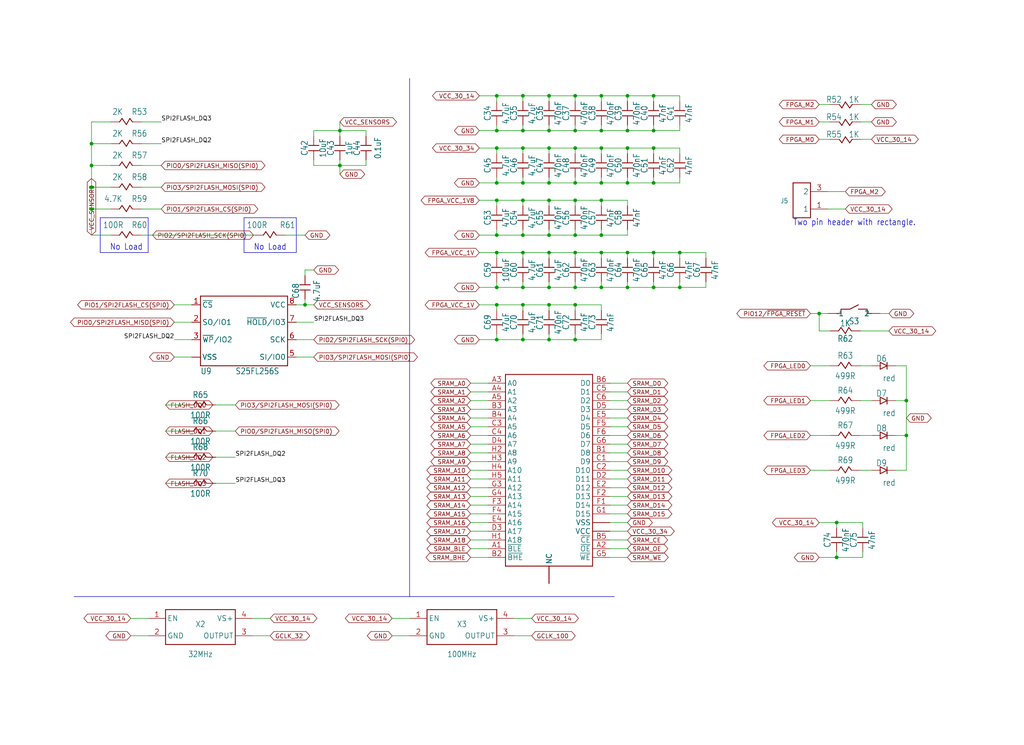
<source format=kicad_sch>
(kicad_sch (version 20250114) (generator "eeschema") (generator_version "9.0")
  (paper "User" 298.45 217.322)
  (text "No Load" (at 78.74 71.12 0) (effects (font (size 1.778 1.5113)) (justify top)))
  (text "Two pin header with rectangle." (at 231.14 66.04 0) (effects (font (size 1.778 1.5113)) (justify left bottom)))
  (text "No Load" (at 36.83 71.12 0) (effects (font (size 1.778 1.5113)) (justify top)))
  (junction (at 238.76 91.44))
  (junction (at 175.26 73.66))
  (junction (at 144.78 43.18))
  (junction (at 152.4 27.94))
  (junction (at 160.02 58.42))
  (junction (at 160.02 53.34))
  (junction (at 160.02 83.82))
  (junction (at 175.26 53.34))
  (junction (at 167.64 68.58))
  (junction (at 167.64 83.82))
  (junction (at 160.02 27.94))
  (junction (at 243.84 162.56))
  (junction (at 160.02 73.66))
  (junction (at 198.12 83.82))
  (junction (at 26.67 41.91))
  (junction (at 264.16 116.84))
  (junction (at 144.78 58.42))
  (junction (at 144.78 99.06))
  (junction (at 182.88 43.18))
  (junction (at 160.02 43.18))
  (junction (at 144.78 68.58))
  (junction (at 167.64 99.06))
  (junction (at 190.5 73.66))
  (junction (at 99.06 38.1))
  (junction (at 88.9 88.9))
  (junction (at 175.26 43.18))
  (junction (at 198.12 73.66))
  (junction (at 144.78 27.94))
  (junction (at 175.26 83.82))
  (junction (at 182.88 27.94))
  (junction (at 264.16 127))
  (junction (at 152.4 58.42))
  (junction (at 152.4 88.9))
  (junction (at 190.5 27.94))
  (junction (at 99.06 48.26))
  (junction (at 167.64 88.9))
  (junction (at 26.67 54.61))
  (junction (at 175.26 38.1))
  (junction (at 175.26 58.42))
  (junction (at 167.64 43.18))
  (junction (at 152.4 43.18))
  (junction (at 152.4 73.66))
  (junction (at 175.26 68.58))
  (junction (at 160.02 88.9))
  (junction (at 167.64 38.1))
  (junction (at 160.02 68.58))
  (junction (at 182.88 83.82))
  (junction (at 144.78 38.1))
  (junction (at 152.4 68.58))
  (junction (at 26.67 60.96))
  (junction (at 152.4 99.06))
  (junction (at 160.02 38.1))
  (junction (at 190.5 43.18))
  (junction (at 160.02 99.06))
  (junction (at 152.4 38.1))
  (junction (at 26.67 48.26))
  (junction (at 190.5 53.34))
  (junction (at 167.64 73.66))
  (junction (at 182.88 53.34))
  (junction (at 167.64 58.42))
  (junction (at 182.88 73.66))
  (junction (at 167.64 53.34))
  (junction (at 144.78 83.82))
  (junction (at 190.5 38.1))
  (junction (at 152.4 83.82))
  (junction (at 175.26 27.94))
  (junction (at 144.78 88.9))
  (junction (at 144.78 53.34))
  (junction (at 182.88 38.1))
  (junction (at 152.4 53.34))
  (junction (at 144.78 73.66))
  (junction (at 167.64 27.94))
  (junction (at 243.84 152.4))
  (junction (at 190.5 83.82))
  (wire (pts (xy 142.24 124.46) (xy 137.16 124.46)) (stroke (width 0.1524)))
  (wire (pts (xy 250.84 96.52) (xy 259.08 96.52)) (stroke (width 0.1524)))
  (wire (pts (xy 241.92 35.56) (xy 238.76 35.56)) (stroke (width 0.1524)))
  (wire (pts (xy 177.8 137.16) (xy 182.88 137.16)) (stroke (width 0.1524)))
  (polyline (pts (xy 71.12 63.5) (xy 71.12 73.66)) (stroke (width 0.1524) (type solid)))
  (wire (pts (xy 205.74 73.66) (xy 205.74 75.28)) (stroke (width 0.1524)))
  (wire (pts (xy 198.12 82.2) (xy 198.12 83.82)) (stroke (width 0.1524)))
  (wire (pts (xy 55.88 104.14) (xy 50.8 104.14)) (stroke (width 0.1524)))
  (wire (pts (xy 167.64 36.48) (xy 167.64 38.1)) (stroke (width 0.1524)))
  (wire (pts (xy 73.66 185.42) (xy 78.74 185.42)) (stroke (width 0.1524)))
  (wire (pts (xy 144.78 53.34) (xy 139.7 53.34)) (stroke (width 0.1524)))
  (polyline (pts (xy 43.18 73.66) (xy 43.18 63.5)) (stroke (width 0.1524) (type solid)))
  (wire (pts (xy 144.78 90.52) (xy 144.78 88.9)) (stroke (width 0.1524)))
  (wire (pts (xy 144.78 73.66) (xy 152.4 73.66)) (stroke (width 0.1524)))
  (wire (pts (xy 167.64 83.82) (xy 175.26 83.82)) (stroke (width 0.1524)))
  (wire (pts (xy 167.64 97.44) (xy 167.64 99.06)) (stroke (width 0.1524)))
  (wire (pts (xy 182.88 27.94) (xy 175.26 27.94)) (stroke (width 0.1524)))
  (wire (pts (xy 182.88 36.48) (xy 182.88 38.1)) (stroke (width 0.1524)))
  (wire (pts (xy 160.02 97.44) (xy 160.02 99.06)) (stroke (width 0.1524)))
  (wire (pts (xy 144.78 83.82) (xy 139.7 83.82)) (stroke (width 0.1524)))
  (wire (pts (xy 177.8 132.08) (xy 182.88 132.08)) (stroke (width 0.1524)))
  (wire (pts (xy 144.78 51.72) (xy 144.78 53.34)) (stroke (width 0.1524)))
  (polyline (pts (xy 86.36 63.5) (xy 71.12 63.5)) (stroke (width 0.1524) (type solid)))
  (wire (pts (xy 144.78 88.9) (xy 139.7 88.9)) (stroke (width 0.1524)))
  (wire (pts (xy 53.96 140.97) (xy 48.26 140.97)) (stroke (width 0.1524)))
  (wire (pts (xy 26.67 35.56) (xy 32.37 35.56)) (stroke (width 0.1524)))
  (wire (pts (xy 182.88 83.82) (xy 190.5 83.82)) (stroke (width 0.1524)))
  (wire (pts (xy 91.44 38.1) (xy 99.06 38.1)) (stroke (width 0.1524)))
  (wire (pts (xy 241.92 127) (xy 236.22 127)) (stroke (width 0.1524)))
  (wire (pts (xy 26.67 60.96) (xy 26.67 68.58)) (stroke (width 0.1524)))
  (wire (pts (xy 32.37 68.58) (xy 26.67 68.58)) (stroke (width 0.1524)))
  (wire (pts (xy 142.24 116.84) (xy 137.16 116.84)) (stroke (width 0.1524)))
  (wire (pts (xy 177.8 121.92) (xy 182.88 121.92)) (stroke (width 0.1524)))
  (wire (pts (xy 175.26 60.04) (xy 175.26 58.42)) (stroke (width 0.1524)))
  (wire (pts (xy 152.4 60.04) (xy 152.4 58.42)) (stroke (width 0.1524)))
  (wire (pts (xy 167.64 68.58) (xy 160.02 68.58)) (stroke (width 0.1524)))
  (wire (pts (xy 99.06 38.1) (xy 106.68 38.1)) (stroke (width 0.1524)))
  (wire (pts (xy 167.64 60.04) (xy 167.64 58.42)) (stroke (width 0.1524)))
  (wire (pts (xy 142.24 114.3) (xy 137.16 114.3)) (stroke (width 0.1524)))
  (wire (pts (xy 41.29 60.96) (xy 46.99 60.96)) (stroke (width 0.1524)))
  (wire (pts (xy 142.24 137.16) (xy 137.16 137.16)) (stroke (width 0.1524)))
  (wire (pts (xy 142.24 162.56) (xy 137.16 162.56)) (stroke (width 0.1524)))
  (wire (pts (xy 190.5 73.66) (xy 198.12 73.66)) (stroke (width 0.1524)))
  (wire (pts (xy 182.88 149.86) (xy 177.8 149.86)) (stroke (width 0.1524)))
  (wire (pts (xy 175.26 88.9) (xy 175.26 90.52)) (stroke (width 0.1524)))
  (wire (pts (xy 175.26 27.94) (xy 167.64 27.94)) (stroke (width 0.1524)))
  (wire (pts (xy 152.4 75.28) (xy 152.4 73.66)) (stroke (width 0.1524)))
  (wire (pts (xy 167.64 43.18) (xy 175.26 43.18)) (stroke (width 0.1524)))
  (polyline (pts (xy 179.07 173.99) (xy 119.38 173.99)) (stroke (width 0.1524) (type solid)))
  (wire (pts (xy 177.8 147.32) (xy 182.88 147.32)) (stroke (width 0.1524)))
  (wire (pts (xy 26.67 54.61) (xy 26.67 48.26)) (stroke (width 0.1524)))
  (wire (pts (xy 41.29 68.58) (xy 74.28 68.58)) (stroke (width 0.1524)))
  (wire (pts (xy 190.5 53.34) (xy 198.12 53.34)) (stroke (width 0.1524)))
  (wire (pts (xy 175.26 66.96) (xy 175.26 68.58)) (stroke (width 0.1524)))
  (wire (pts (xy 190.5 36.48) (xy 190.5 38.1)) (stroke (width 0.1524)))
  (wire (pts (xy 241.92 96.52) (xy 238.76 96.52)) (stroke (width 0.1524)))
  (wire (pts (xy 198.12 29.56) (xy 198.12 27.94)) (stroke (width 0.1524)))
  (wire (pts (xy 190.5 83.82) (xy 198.12 83.82)) (stroke (width 0.1524)))
  (wire (pts (xy 175.26 83.82) (xy 182.88 83.82)) (stroke (width 0.1524)))
  (wire (pts (xy 142.24 149.86) (xy 137.16 149.86)) (stroke (width 0.1524)))
  (wire (pts (xy 190.5 43.18) (xy 198.12 43.18)) (stroke (width 0.1524)))
  (wire (pts (xy 152.4 73.66) (xy 160.02 73.66)) (stroke (width 0.1524)))
  (wire (pts (xy 160.02 51.72) (xy 160.02 53.34)) (stroke (width 0.1524)))
  (wire (pts (xy 182.88 53.34) (xy 190.5 53.34)) (stroke (width 0.1524)))
  (wire (pts (xy 142.24 154.94) (xy 137.16 154.94)) (stroke (width 0.1524)))
  (wire (pts (xy 190.5 51.72) (xy 190.5 53.34)) (stroke (width 0.1524)))
  (wire (pts (xy 144.78 60.04) (xy 144.78 58.42)) (stroke (width 0.1524)))
  (wire (pts (xy 152.4 97.44) (xy 152.4 99.06)) (stroke (width 0.1524)))
  (wire (pts (xy 144.78 38.1) (xy 152.4 38.1)) (stroke (width 0.1524)))
  (wire (pts (xy 190.5 38.1) (xy 198.12 38.1)) (stroke (width 0.1524)))
  (wire (pts (xy 41.29 41.91) (xy 46.99 41.91)) (stroke (width 0.1524)))
  (wire (pts (xy 167.64 44.8) (xy 167.64 43.18)) (stroke (width 0.1524)))
  (wire (pts (xy 160.02 66.96) (xy 160.02 68.58)) (stroke (width 0.1524)))
  (wire (pts (xy 152.4 99.06) (xy 160.02 99.06)) (stroke (width 0.1524)))
  (wire (pts (xy 261 127) (xy 264.16 127)) (stroke (width 0.1524)))
  (wire (pts (xy 190.5 29.56) (xy 190.5 27.94)) (stroke (width 0.1524)))
  (wire (pts (xy 241.92 106.68) (xy 236.22 106.68)) (stroke (width 0.1524)))
  (wire (pts (xy 160.02 27.94) (xy 152.4 27.94)) (stroke (width 0.1524)))
  (wire (pts (xy 142.24 147.32) (xy 137.16 147.32)) (stroke (width 0.1524)))
  (wire (pts (xy 144.78 97.44) (xy 144.78 99.06)) (stroke (width 0.1524)))
  (wire (pts (xy 261 137.16) (xy 264.16 137.16)) (stroke (width 0.1524)))
  (wire (pts (xy 175.26 38.1) (xy 182.88 38.1)) (stroke (width 0.1524)))
  (wire (pts (xy 41.29 54.61) (xy 46.99 54.61)) (stroke (width 0.1524)))
  (wire (pts (xy 53.96 118.11) (xy 48.26 118.11)) (stroke (width 0.1524)))
  (wire (pts (xy 177.8 116.84) (xy 182.88 116.84)) (stroke (width 0.1524)))
  (wire (pts (xy 142.24 127) (xy 137.16 127)) (stroke (width 0.1524)))
  (wire (pts (xy 177.8 124.46) (xy 182.88 124.46)) (stroke (width 0.1524)))
  (wire (pts (xy 26.67 48.26) (xy 26.67 41.91)) (stroke (width 0.1524)))
  (wire (pts (xy 190.5 27.94) (xy 182.88 27.94)) (stroke (width 0.1524)))
  (wire (pts (xy 106.68 38.1) (xy 106.68 39.72)) (stroke (width 0.1524)))
  (wire (pts (xy 152.4 68.58) (xy 144.78 68.58)) (stroke (width 0.1524)))
  (wire (pts (xy 88.9 78.74) (xy 91.44 78.74)) (stroke (width 0.1524)))
  (wire (pts (xy 86.36 104.14) (xy 91.44 104.14)) (stroke (width 0.1524)))
  (wire (pts (xy 198.12 38.1) (xy 198.12 36.48)) (stroke (width 0.1524)))
  (wire (pts (xy 144.78 99.06) (xy 152.4 99.06)) (stroke (width 0.1524)))
  (wire (pts (xy 241.92 40.64) (xy 238.76 40.64)) (stroke (width 0.1524)))
  (wire (pts (xy 175.26 68.58) (xy 167.64 68.58)) (stroke (width 0.1524)))
  (wire (pts (xy 241.92 30.48) (xy 238.76 30.48)) (stroke (width 0.1524)))
  (wire (pts (xy 86.36 99.06) (xy 91.44 99.06)) (stroke (width 0.1524)))
  (wire (pts (xy 152.4 82.2) (xy 152.4 83.82)) (stroke (width 0.1524)))
  (wire (pts (xy 241.92 116.84) (xy 236.22 116.84)) (stroke (width 0.1524)))
  (wire (pts (xy 144.78 68.58) (xy 144.78 66.96)) (stroke (width 0.1524)))
  (wire (pts (xy 182.88 66.96) (xy 182.88 68.58)) (stroke (width 0.1524)))
  (wire (pts (xy 53.96 133.35) (xy 48.26 133.35)) (stroke (width 0.1524)))
  (wire (pts (xy 152.4 29.56) (xy 152.4 27.94)) (stroke (width 0.1524)))
  (wire (pts (xy 144.78 36.48) (xy 144.78 38.1)) (stroke (width 0.1524)))
  (wire (pts (xy 144.78 53.34) (xy 152.4 53.34)) (stroke (width 0.1524)))
  (wire (pts (xy 83.2 68.58) (xy 88.9 68.58)) (stroke (width 0.1524)))
  (wire (pts (xy 144.78 83.82) (xy 152.4 83.82)) (stroke (width 0.1524)))
  (wire (pts (xy 198.12 53.34) (xy 198.12 51.72)) (stroke (width 0.1524)))
  (wire (pts (xy 32.37 60.96) (xy 26.67 60.96)) (stroke (width 0.1524)))
  (wire (pts (xy 175.26 73.66) (xy 182.88 73.66)) (stroke (width 0.1524)))
  (wire (pts (xy 175.26 53.34) (xy 182.88 53.34)) (stroke (width 0.1524)))
  (wire (pts (xy 152.4 88.9) (xy 160.02 88.9)) (stroke (width 0.1524)))
  (wire (pts (xy 205.74 83.82) (xy 205.74 82.2)) (stroke (width 0.1524)))
  (wire (pts (xy 144.78 27.94) (xy 139.7 27.94)) (stroke (width 0.1524)))
  (wire (pts (xy 250.84 35.56) (xy 254 35.56)) (stroke (width 0.1524)))
  (wire (pts (xy 238.76 96.52) (xy 238.76 91.44)) (stroke (width 0.1524)))
  (wire (pts (xy 160.02 75.28) (xy 160.02 73.66)) (stroke (width 0.1524)))
  (wire (pts (xy 142.24 119.38) (xy 137.16 119.38)) (stroke (width 0.1524)))
  (polyline (pts (xy 119.38 173.99) (xy 21.59 173.99)) (stroke (width 0.1524) (type solid)))
  (wire (pts (xy 160.02 38.1) (xy 167.64 38.1)) (stroke (width 0.1524)))
  (wire (pts (xy 160.02 90.52) (xy 160.02 88.9)) (stroke (width 0.1524)))
  (wire (pts (xy 62.88 140.97) (xy 68.58 140.97)) (stroke (width 0.1524)))
  (wire (pts (xy 175.26 58.42) (xy 182.88 58.42)) (stroke (width 0.1524)))
  (wire (pts (xy 32.37 54.61) (xy 26.67 54.61)) (stroke (width 0.1524)))
  (wire (pts (xy 32.37 41.91) (xy 26.67 41.91)) (stroke (width 0.1524)))
  (wire (pts (xy 264.16 137.16) (xy 264.16 127)) (stroke (width 0.1524)))
  (wire (pts (xy 144.78 27.94) (xy 144.78 29.56)) (stroke (width 0.1524)))
  (wire (pts (xy 142.24 144.78) (xy 137.16 144.78)) (stroke (width 0.1524)))
  (wire (pts (xy 142.24 139.7) (xy 137.16 139.7)) (stroke (width 0.1524)))
  (wire (pts (xy 142.24 157.48) (xy 137.16 157.48)) (stroke (width 0.1524)))
  (wire (pts (xy 152.4 83.82) (xy 160.02 83.82)) (stroke (width 0.1524)))
  (wire (pts (xy 149.86 180.34) (xy 154.94 180.34)) (stroke (width 0.1524)))
  (wire (pts (xy 167.64 66.96) (xy 167.64 68.58)) (stroke (width 0.1524)))
  (wire (pts (xy 144.78 73.66) (xy 139.7 73.66)) (stroke (width 0.1524)))
  (wire (pts (xy 251.46 152.4) (xy 243.84 152.4)) (stroke (width 0.1524)))
  (wire (pts (xy 106.68 46.64) (xy 106.68 48.26)) (stroke (width 0.1524)))
  (wire (pts (xy 43.18 185.42) (xy 38.1 185.42)) (stroke (width 0.1524)))
  (wire (pts (xy 236.22 91.44) (xy 238.76 91.44)) (stroke (width 0.1524)))
  (wire (pts (xy 175.26 75.28) (xy 175.26 73.66)) (stroke (width 0.1524)))
  (wire (pts (xy 62.88 118.11) (xy 68.58 118.11)) (stroke (width 0.1524)))
  (wire (pts (xy 144.78 43.18) (xy 152.4 43.18)) (stroke (width 0.1524)))
  (wire (pts (xy 167.64 99.06) (xy 175.26 99.06)) (stroke (width 0.1524)))
  (wire (pts (xy 142.24 111.76) (xy 137.16 111.76)) (stroke (width 0.1524)))
  (wire (pts (xy 160.02 88.9) (xy 167.64 88.9)) (stroke (width 0.1524)))
  (wire (pts (xy 41.29 48.26) (xy 46.99 48.26)) (stroke (width 0.1524)))
  (wire (pts (xy 177.8 152.4) (xy 182.88 152.4)) (stroke (width 0.1524)))
  (wire (pts (xy 160.02 53.34) (xy 167.64 53.34)) (stroke (width 0.1524)))
  (wire (pts (xy 43.18 180.34) (xy 38.1 180.34)) (stroke (width 0.1524)))
  (wire (pts (xy 190.5 75.28) (xy 190.5 73.66)) (stroke (width 0.1524)))
  (wire (pts (xy 182.88 29.56) (xy 182.88 27.94)) (stroke (width 0.1524)))
  (wire (pts (xy 144.78 38.1) (xy 139.7 38.1)) (stroke (width 0.1524)))
  (wire (pts (xy 177.8 160.02) (xy 182.88 160.02)) (stroke (width 0.1524)))
  (wire (pts (xy 251.46 154.02) (xy 251.46 152.4)) (stroke (width 0.1524)))
  (wire (pts (xy 160.02 43.18) (xy 167.64 43.18)) (stroke (width 0.1524)))
  (wire (pts (xy 177.8 144.78) (xy 182.88 144.78)) (stroke (width 0.1524)))
  (wire (pts (xy 119.38 185.42) (xy 114.3 185.42)) (stroke (width 0.1524)))
  (wire (pts (xy 119.38 180.34) (xy 114.3 180.34)) (stroke (width 0.1524)))
  (wire (pts (xy 167.64 29.56) (xy 167.64 27.94)) (stroke (width 0.1524)))
  (wire (pts (xy 160.02 83.82) (xy 167.64 83.82)) (stroke (width 0.1524)))
  (wire (pts (xy 160.02 60.04) (xy 160.02 58.42)) (stroke (width 0.1524)))
  (wire (pts (xy 142.24 134.62) (xy 137.16 134.62)) (stroke (width 0.1524)))
  (wire (pts (xy 175.26 99.06) (xy 175.26 97.44)) (stroke (width 0.1524)))
  (wire (pts (xy 251.46 162.56) (xy 251.46 160.94)) (stroke (width 0.1524)))
  (wire (pts (xy 144.78 43.18) (xy 139.7 43.18)) (stroke (width 0.1524)))
  (wire (pts (xy 41.29 35.56) (xy 46.99 35.56)) (stroke (width 0.1524)))
  (wire (pts (xy 177.8 119.38) (xy 182.88 119.38)) (stroke (width 0.1524)))
  (wire (pts (xy 152.4 43.18) (xy 160.02 43.18)) (stroke (width 0.1524)))
  (wire (pts (xy 152.4 38.1) (xy 160.02 38.1)) (stroke (width 0.1524)))
  (wire (pts (xy 167.64 27.94) (xy 160.02 27.94)) (stroke (width 0.1524)))
  (wire (pts (xy 175.26 43.18) (xy 182.88 43.18)) (stroke (width 0.1524)))
  (wire (pts (xy 167.64 53.34) (xy 175.26 53.34)) (stroke (width 0.1524)))
  (wire (pts (xy 167.64 75.28) (xy 167.64 73.66)) (stroke (width 0.1524)))
  (wire (pts (xy 160.02 36.48) (xy 160.02 38.1)) (stroke (width 0.1524)))
  (wire (pts (xy 241.3 60.96) (xy 246.38 60.96)) (stroke (width 0.1524)))
  (wire (pts (xy 254.08 137.16) (xy 250.84 137.16)) (stroke (width 0.1524)))
  (wire (pts (xy 177.8 157.48) (xy 182.88 157.48)) (stroke (width 0.1524)))
  (wire (pts (xy 250.84 30.48) (xy 254 30.48)) (stroke (width 0.1524)))
  (wire (pts (xy 198.12 83.82) (xy 205.74 83.82)) (stroke (width 0.1524)))
  (wire (pts (xy 182.88 44.8) (xy 182.88 43.18)) (stroke (width 0.1524)))
  (wire (pts (xy 91.44 48.26) (xy 99.06 48.26)) (stroke (width 0.1524)))
  (wire (pts (xy 175.26 44.8) (xy 175.26 43.18)) (stroke (width 0.1524)))
  (wire (pts (xy 144.78 75.28) (xy 144.78 73.66)) (stroke (width 0.1524)))
  (wire (pts (xy 243.84 152.4) (xy 243.84 154.02)) (stroke (width 0.1524)))
  (wire (pts (xy 160.02 99.06) (xy 167.64 99.06)) (stroke (width 0.1524)))
  (wire (pts (xy 182.88 75.28) (xy 182.88 73.66)) (stroke (width 0.1524)))
  (wire (pts (xy 55.88 88.9) (xy 50.8 88.9)) (stroke (width 0.1524)))
  (wire (pts (xy 142.24 160.02) (xy 137.16 160.02)) (stroke (width 0.1524)))
  (wire (pts (xy 259.08 91.44) (xy 256.54 91.44)) (stroke (width 0.1524)))
  (wire (pts (xy 160.02 82.2) (xy 160.02 83.82)) (stroke (width 0.1524)))
  (wire (pts (xy 152.4 53.34) (xy 160.02 53.34)) (stroke (width 0.1524)))
  (polyline (pts (xy 119.38 173.99) (xy 119.38 22.86)) (stroke (width 0.1524) (type solid)))
  (wire (pts (xy 182.88 58.42) (xy 182.88 60.04)) (stroke (width 0.1524)))
  (wire (pts (xy 198.12 75.28) (xy 198.12 73.66)) (stroke (width 0.1524)))
  (polyline (pts (xy 29.21 63.5) (xy 29.21 73.66)) (stroke (width 0.1524) (type solid)))
  (wire (pts (xy 167.64 88.9) (xy 175.26 88.9)) (stroke (width 0.1524)))
  (wire (pts (xy 177.8 129.54) (xy 182.88 129.54)) (stroke (width 0.1524)))
  (wire (pts (xy 175.26 29.56) (xy 175.26 27.94)) (stroke (width 0.1524)))
  (wire (pts (xy 182.88 73.66) (xy 190.5 73.66)) (stroke (width 0.1524)))
  (wire (pts (xy 142.24 132.08) (xy 137.16 132.08)) (stroke (width 0.1524)))
  (wire (pts (xy 88.9 80.36) (xy 88.9 78.74)) (stroke (width 0.1524)))
  (wire (pts (xy 99.06 48.26) (xy 99.06 50.8)) (stroke (width 0.1524)))
  (wire (pts (xy 88.9 87.28) (xy 88.9 88.9)) (stroke (width 0.1524)))
  (wire (pts (xy 198.12 73.66) (xy 205.74 73.66)) (stroke (width 0.1524)))
  (wire (pts (xy 144.78 58.42) (xy 152.4 58.42)) (stroke (width 0.1524)))
  (wire (pts (xy 152.4 27.94) (xy 144.78 27.94)) (stroke (width 0.1524)))
  (wire (pts (xy 254.08 127) (xy 250.84 127)) (stroke (width 0.1524)))
  (wire (pts (xy 144.78 58.42) (xy 139.7 58.42)) (stroke (width 0.1524)))
  (wire (pts (xy 167.64 90.52) (xy 167.64 88.9)) (stroke (width 0.1524)))
  (wire (pts (xy 241.92 137.16) (xy 236.22 137.16)) (stroke (width 0.1524)))
  (wire (pts (xy 198.12 43.18) (xy 198.12 44.8)) (stroke (width 0.1524)))
  (wire (pts (xy 175.26 36.48) (xy 175.26 38.1)) (stroke (width 0.1524)))
  (wire (pts (xy 152.4 51.72) (xy 152.4 53.34)) (stroke (width 0.1524)))
  (wire (pts (xy 88.9 88.9) (xy 91.44 88.9)) (stroke (width 0.1524)))
  (wire (pts (xy 144.78 82.2) (xy 144.78 83.82)) (stroke (width 0.1524)))
  (wire (pts (xy 177.8 134.62) (xy 182.88 134.62)) (stroke (width 0.1524)))
  (wire (pts (xy 182.88 38.1) (xy 190.5 38.1)) (stroke (width 0.1524)))
  (polyline (pts (xy 86.36 73.66) (xy 86.36 63.5)) (stroke (width 0.1524) (type solid)))
  (wire (pts (xy 152.4 58.42) (xy 160.02 58.42)) (stroke (width 0.1524)))
  (wire (pts (xy 177.8 114.3) (xy 182.88 114.3)) (stroke (width 0.1524)))
  (wire (pts (xy 32.37 48.26) (xy 26.67 48.26)) (stroke (width 0.1524)))
  (wire (pts (xy 238.76 91.44) (xy 241.3 91.44)) (stroke (width 0.1524)))
  (wire (pts (xy 142.24 121.92) (xy 137.16 121.92)) (stroke (width 0.1524)))
  (wire (pts (xy 142.24 142.24) (xy 137.16 142.24)) (stroke (width 0.1524)))
  (polyline (pts (xy 71.12 73.66) (xy 86.36 73.66)) (stroke (width 0.1524) (type solid)))
  (wire (pts (xy 142.24 152.4) (xy 137.16 152.4)) (stroke (width 0.1524)))
  (wire (pts (xy 250.84 40.64) (xy 254 40.64)) (stroke (width 0.1524)))
  (wire (pts (xy 160.02 58.42) (xy 167.64 58.42)) (stroke (width 0.1524)))
  (wire (pts (xy 160.02 73.66) (xy 167.64 73.66)) (stroke (width 0.1524)))
  (wire (pts (xy 160.02 29.56) (xy 160.02 27.94)) (stroke (width 0.1524)))
  (wire (pts (xy 177.8 111.76) (xy 182.88 111.76)) (stroke (width 0.1524)))
  (wire (pts (xy 198.12 27.94) (xy 190.5 27.94)) (stroke (width 0.1524)))
  (wire (pts (xy 241.3 55.88) (xy 246.38 55.88)) (stroke (width 0.1524)))
  (wire (pts (xy 190.5 44.8) (xy 190.5 43.18)) (stroke (width 0.1524)))
  (wire (pts (xy 152.4 66.96) (xy 152.4 68.58)) (stroke (width 0.1524)))
  (wire (pts (xy 264.16 106.68) (xy 261 106.68)) (stroke (width 0.1524)))
  (wire (pts (xy 175.26 82.2) (xy 175.26 83.82)) (stroke (width 0.1524)))
  (wire (pts (xy 175.26 51.72) (xy 175.26 53.34)) (stroke (width 0.1524)))
  (wire (pts (xy 55.88 93.98) (xy 50.8 93.98)) (stroke (width 0.1524)))
  (wire (pts (xy 144.78 68.58) (xy 139.7 68.58)) (stroke (width 0.1524)))
  (wire (pts (xy 177.8 139.7) (xy 182.88 139.7)) (stroke (width 0.1524)))
  (wire (pts (xy 86.36 93.98) (xy 91.44 93.98)) (stroke (width 0.1524)))
  (wire (pts (xy 190.5 82.2) (xy 190.5 83.82)) (stroke (width 0.1524)))
  (wire (pts (xy 62.88 125.73) (xy 68.58 125.73)) (stroke (width 0.1524)))
  (wire (pts (xy 152.4 36.48) (xy 152.4 38.1)) (stroke (width 0.1524)))
  (wire (pts (xy 182.88 51.72) (xy 182.88 53.34)) (stroke (width 0.1524)))
  (wire (pts (xy 264.16 116.84) (xy 264.16 106.68)) (stroke (width 0.1524)))
  (wire (pts (xy 144.78 88.9) (xy 152.4 88.9)) (stroke (width 0.1524)))
  (wire (pts (xy 86.36 88.9) (xy 88.9 88.9)) (stroke (width 0.1524)))
  (wire (pts (xy 99.06 38.1) (xy 99.06 35.56)) (stroke (width 0.1524)))
  (wire (pts (xy 243.84 162.56) (xy 238.76 162.56)) (stroke (width 0.1524)))
  (polyline (pts (xy 43.18 63.5) (xy 29.21 63.5)) (stroke (width 0.1524) (type solid)))
  (wire (pts (xy 167.64 51.72) (xy 167.64 53.34)) (stroke (width 0.1524)))
  (wire (pts (xy 106.68 48.26) (xy 99.06 48.26)) (stroke (width 0.1524)))
  (wire (pts (xy 261 116.84) (xy 264.16 116.84)) (stroke (width 0.1524)))
  (wire (pts (xy 177.8 162.56) (xy 182.88 162.56)) (stroke (width 0.1524)))
  (wire (pts (xy 254.08 106.68) (xy 250.84 106.68)) (stroke (width 0.1524)))
  (wire (pts (xy 152.4 44.8) (xy 152.4 43.18)) (stroke (width 0.1524)))
  (wire (pts (xy 91.44 39.72) (xy 91.44 38.1)) (stroke (width 0.1524)))
  (wire (pts (xy 182.88 82.2) (xy 182.88 83.82)) (stroke (width 0.1524)))
  (wire (pts (xy 167.64 73.66) (xy 175.26 73.66)) (stroke (width 0.1524)))
  (wire (pts (xy 53.96 125.73) (xy 48.26 125.73)) (stroke (width 0.1524)))
  (wire (pts (xy 149.86 185.42) (xy 154.94 185.42)) (stroke (width 0.1524)))
  (wire (pts (xy 264.16 127) (xy 264.16 116.84)) (stroke (width 0.1524)))
  (wire (pts (xy 99.06 46.64) (xy 99.06 48.26)) (stroke (width 0.1524)))
  (wire (pts (xy 243.84 160.94) (xy 243.84 162.56)) (stroke (width 0.1524)))
  (wire (pts (xy 142.24 129.54) (xy 137.16 129.54)) (stroke (width 0.1524)))
  (wire (pts (xy 167.64 82.2) (xy 167.64 83.82)) (stroke (width 0.1524)))
  (wire (pts (xy 152.4 90.52) (xy 152.4 88.9)) (stroke (width 0.1524)))
  (wire (pts (xy 182.88 43.18) (xy 190.5 43.18)) (stroke (width 0.1524)))
  (polyline (pts (xy 29.21 73.66) (xy 43.18 73.66)) (stroke (width 0.1524) (type solid)))
  (wire (pts (xy 73.66 180.34) (xy 78.74 180.34)) (stroke (width 0.1524)))
  (wire (pts (xy 99.06 39.72) (xy 99.06 38.1)) (stroke (width 0.1524)))
  (wire (pts (xy 167.64 58.42) (xy 175.26 58.42)) (stroke (width 0.1524)))
  (wire (pts (xy 55.88 99.06) (xy 50.8 99.06)) (stroke (width 0.1524)))
  (wire (pts (xy 160.02 68.58) (xy 152.4 68.58)) (stroke (width 0.1524)))
  (wire (pts (xy 167.64 38.1) (xy 175.26 38.1)) (stroke (width 0.1524)))
  (wire (pts (xy 243.84 152.4) (xy 238.76 152.4)) (stroke (width 0.1524)))
  (wire (pts (xy 177.8 142.24) (xy 182.88 142.24)) (stroke (width 0.1524)))
  (wire (pts (xy 254.08 116.84) (xy 250.84 116.84)) (stroke (width 0.1524)))
  (wire (pts (xy 26.67 41.91) (xy 26.67 35.56)) (stroke (width 0.1524)))
  (wire (pts (xy 26.67 60.96) (xy 26.67 54.61)) (stroke (width 0.1524)))
  (wire (pts (xy 91.44 46.64) (xy 91.44 48.26)) (stroke (width 0.1524)))
  (wire (pts (xy 182.88 68.58) (xy 175.26 68.58)) (stroke (width 0.1524)))
  (wire (pts (xy 62.88 133.35) (xy 68.58 133.35)) (stroke (width 0.1524)))
  (wire (pts (xy 177.8 154.94) (xy 182.88 154.94)) (stroke (width 0.1524)))
  (wire (pts (xy 144.78 99.06) (xy 139.7 99.06)) (stroke (width 0.1524)))
  (wire (pts (xy 144.78 44.8) (xy 144.78 43.18)) (stroke (width 0.1524)))
  (wire (pts (xy 177.8 127) (xy 182.88 127)) (stroke (width 0.1524)))
  (wire (pts (xy 243.84 162.56) (xy 251.46 162.56)) (stroke (width 0.1524)))
  (wire (pts (xy 160.02 44.8) (xy 160.02 43.18)) (stroke (width 0.1524)))
  (label "SPI2FLASH_DQ3" (at 46.99 35.56 0) (effects (font (size 1.2446 1.2446))))
  (label "SPI2FLASH_DQ3" (at 91.44 93.98 0) (effects (font (size 1.2446 1.2446))))
  (label "SPI2FLASH_DQ2" (at 68.58 133.35 0) (effects (font (size 1.2446 1.2446))))
  (label "SPI2FLASH_DQ3" (at 68.58 140.97 0) (effects (font (size 1.2446 1.2446))))
  (label "SPI2FLASH_DQ2" (at 50.8 99.06 180) (effects (font (size 1.2446 1.2446))))
  (label "SPI2FLASH_DQ2" (at 46.99 41.91 0) (effects (font (size 1.2446 1.2446))))
  (global_label "PIO0/SPI2FLASH_MISO(SPI0)" (shape bidirectional) (at 68.58 125.73 0) (effects (font (size 1.2446 1.2446))) (property "Intersheetrefs" "${INTERSHEET_REFS}" (effects (hide yes))))
  (global_label "SRAM_D5" (shape bidirectional) (at 182.88 124.46 0) (effects (font (size 1.2446 1.2446))) (property "Intersheetrefs" "${INTERSHEET_REFS}" (effects (hide yes))))
  (global_label "VCC_30_14" (shape bidirectional) (at 139.7 27.94 180) (effects (font (size 1.2446 1.2446))) (property "Intersheetrefs" "${INTERSHEET_REFS}" (effects (hide yes))))
  (global_label "SRAM_D9" (shape bidirectional) (at 182.88 134.62 0) (effects (font (size 1.2446 1.2446))) (property "Intersheetrefs" "${INTERSHEET_REFS}" (effects (hide yes))))
  (global_label "SRAM_CE" (shape bidirectional) (at 182.88 157.48 0) (effects (font (size 1.2446 1.2446))) (property "Intersheetrefs" "${INTERSHEET_REFS}" (effects (hide yes))))
  (global_label "SRAM_A0" (shape bidirectional) (at 137.16 111.76 180) (effects (font (size 1.2446 1.2446))) (property "Intersheetrefs" "${INTERSHEET_REFS}" (effects (hide yes))))
  (global_label "FPGA_LED3" (shape bidirectional) (at 236.22 137.16 180) (effects (font (size 1.2446 1.2446))) (property "Intersheetrefs" "${INTERSHEET_REFS}" (effects (hide yes))))
  (global_label "GND" (shape bidirectional) (at 139.7 99.06 180) (effects (font (size 1.2446 1.2446))) (property "Intersheetrefs" "${INTERSHEET_REFS}" (effects (hide yes))))
  (global_label "SRAM_A15" (shape bidirectional) (at 137.16 149.86 180) (effects (font (size 1.2446 1.2446))) (property "Intersheetrefs" "${INTERSHEET_REFS}" (effects (hide yes))))
  (global_label "PIO1/SPI2FLASH_CS(SPI0)" (shape bidirectional) (at 50.8 88.9 180) (effects (font (size 1.2446 1.2446))) (property "Intersheetrefs" "${INTERSHEET_REFS}" (effects (hide yes))))
  (global_label "SRAM_D3" (shape bidirectional) (at 182.88 119.38 0) (effects (font (size 1.2446 1.2446))) (property "Intersheetrefs" "${INTERSHEET_REFS}" (effects (hide yes))))
  (global_label "VCC_SENSORS" (shape bidirectional) (at 99.06 35.56 0) (effects (font (size 1.2446 1.2446))) (property "Intersheetrefs" "${INTERSHEET_REFS}" (effects (hide yes))))
  (global_label "SRAM_D7" (shape bidirectional) (at 182.88 129.54 0) (effects (font (size 1.2446 1.2446))) (property "Intersheetrefs" "${INTERSHEET_REFS}" (effects (hide yes))))
  (global_label "SRAM_A13" (shape bidirectional) (at 137.16 144.78 180) (effects (font (size 1.2446 1.2446))) (property "Intersheetrefs" "${INTERSHEET_REFS}" (effects (hide yes))))
  (global_label "FPGA_LED2" (shape bidirectional) (at 236.22 127 180) (effects (font (size 1.2446 1.2446))) (property "Intersheetrefs" "${INTERSHEET_REFS}" (effects (hide yes))))
  (global_label "PIO3/SPI2FLASH_MOSI(SPI0)" (shape bidirectional) (at 68.58 118.11 0) (effects (font (size 1.2446 1.2446))) (property "Intersheetrefs" "${INTERSHEET_REFS}" (effects (hide yes))))
  (global_label "FPGA_VCC_1V8" (shape bidirectional) (at 139.7 58.42 180) (effects (font (size 1.2446 1.2446))) (property "Intersheetrefs" "${INTERSHEET_REFS}" (effects (hide yes))))
  (global_label "SRAM_A6" (shape bidirectional) (at 137.16 127 180) (effects (font (size 1.2446 1.2446))) (property "Intersheetrefs" "${INTERSHEET_REFS}" (effects (hide yes))))
  (global_label "GND" (shape bidirectional) (at 139.7 38.1 180) (effects (font (size 1.2446 1.2446))) (property "Intersheetrefs" "${INTERSHEET_REFS}" (effects (hide yes))))
  (global_label "SRAM_OE" (shape bidirectional) (at 182.88 160.02 0) (effects (font (size 1.2446 1.2446))) (property "Intersheetrefs" "${INTERSHEET_REFS}" (effects (hide yes))))
  (global_label "GND" (shape bidirectional) (at 264.16 121.92 0) (effects (font (size 1.2446 1.2446))) (property "Intersheetrefs" "${INTERSHEET_REFS}" (effects (hide yes))))
  (global_label "SRAM_A17" (shape bidirectional) (at 137.16 154.94 180) (effects (font (size 1.2446 1.2446))) (property "Intersheetrefs" "${INTERSHEET_REFS}" (effects (hide yes))))
  (global_label "GND" (shape bidirectional) (at 91.44 78.74 0) (effects (font (size 1.2446 1.2446))) (property "Intersheetrefs" "${INTERSHEET_REFS}" (effects (hide yes))))
  (global_label "PIO12/~{FPGA_RESET}" (shape bidirectional) (at 236.22 91.44 180) (effects (font (size 1.2446 1.2446))) (property "Intersheetrefs" "${INTERSHEET_REFS}" (effects (hide yes))))
  (global_label "SRAM_D12" (shape bidirectional) (at 182.88 142.24 0) (effects (font (size 1.2446 1.2446))) (property "Intersheetrefs" "${INTERSHEET_REFS}" (effects (hide yes))))
  (global_label "SRAM_A9" (shape bidirectional) (at 137.16 134.62 180) (effects (font (size 1.2446 1.2446))) (property "Intersheetrefs" "${INTERSHEET_REFS}" (effects (hide yes))))
  (global_label "VCC_30_14" (shape bidirectional) (at 259.08 96.52 0) (effects (font (size 1.2446 1.2446))) (property "Intersheetrefs" "${INTERSHEET_REFS}" (effects (hide yes))))
  (global_label "VCC_30_14" (shape bidirectional) (at 154.94 180.34 0) (effects (font (size 1.2446 1.2446))) (property "Intersheetrefs" "${INTERSHEET_REFS}" (effects (hide yes))))
  (global_label "GND" (shape bidirectional) (at 259.08 91.44 0) (effects (font (size 1.2446 1.2446))) (property "Intersheetrefs" "${INTERSHEET_REFS}" (effects (hide yes))))
  (global_label "SRAM_D15" (shape bidirectional) (at 182.88 149.86 0) (effects (font (size 1.2446 1.2446))) (property "Intersheetrefs" "${INTERSHEET_REFS}" (effects (hide yes))))
  (global_label "VCC_30_14" (shape bidirectional) (at 246.38 60.96 0) (effects (font (size 1.2446 1.2446))) (property "Intersheetrefs" "${INTERSHEET_REFS}" (effects (hide yes))))
  (global_label "VCC_30_14" (shape bidirectional) (at 78.74 180.34 0) (effects (font (size 1.2446 1.2446))) (property "Intersheetrefs" "${INTERSHEET_REFS}" (effects (hide yes))))
  (global_label "GND" (shape bidirectional) (at 114.3 185.42 180) (effects (font (size 1.2446 1.2446))) (property "Intersheetrefs" "${INTERSHEET_REFS}" (effects (hide yes))))
  (global_label "PIO3/SPI2FLASH_MOSI(SPI0)" (shape bidirectional) (at 46.99 54.61 0) (effects (font (size 1.2446 1.2446))) (property "Intersheetrefs" "${INTERSHEET_REFS}" (effects (hide yes))))
  (global_label "VCC_30_14" (shape bidirectional) (at 238.76 152.4 180) (effects (font (size 1.2446 1.2446))) (property "Intersheetrefs" "${INTERSHEET_REFS}" (effects (hide yes))))
  (global_label "SRAM_D10" (shape bidirectional) (at 182.88 137.16 0) (effects (font (size 1.2446 1.2446))) (property "Intersheetrefs" "${INTERSHEET_REFS}" (effects (hide yes))))
  (global_label "FPGA_M2" (shape bidirectional) (at 246.38 55.88 0) (effects (font (size 1.2446 1.2446))) (property "Intersheetrefs" "${INTERSHEET_REFS}" (effects (hide yes))))
  (global_label "SRAM_A18" (shape bidirectional) (at 137.16 157.48 180) (effects (font (size 1.2446 1.2446))) (property "Intersheetrefs" "${INTERSHEET_REFS}" (effects (hide yes))))
  (global_label "GND" (shape bidirectional) (at 254 35.56 0) (effects (font (size 1.2446 1.2446))) (property "Intersheetrefs" "${INTERSHEET_REFS}" (effects (hide yes))))
  (global_label "FLASH_DQ3" (shape bidirectional) (at 48.26 140.97 0) (effects (font (size 1.2446 1.2446))) (property "Intersheetrefs" "${INTERSHEET_REFS}" (effects (hide yes))))
  (global_label "FLASH_DQ2" (shape bidirectional) (at 48.26 133.35 0) (effects (font (size 1.2446 1.2446))) (property "Intersheetrefs" "${INTERSHEET_REFS}" (effects (hide yes))))
  (global_label "SRAM_A10" (shape bidirectional) (at 137.16 137.16 180) (effects (font (size 1.2446 1.2446))) (property "Intersheetrefs" "${INTERSHEET_REFS}" (effects (hide yes))))
  (global_label "FPGA_M1" (shape bidirectional) (at 238.76 35.56 180) (effects (font (size 1.2446 1.2446))) (property "Intersheetrefs" "${INTERSHEET_REFS}" (effects (hide yes))))
  (global_label "SRAM_A16" (shape bidirectional) (at 137.16 152.4 180) (effects (font (size 1.2446 1.2446))) (property "Intersheetrefs" "${INTERSHEET_REFS}" (effects (hide yes))))
  (global_label "FPGA_M0" (shape bidirectional) (at 238.76 40.64 180) (effects (font (size 1.2446 1.2446))) (property "Intersheetrefs" "${INTERSHEET_REFS}" (effects (hide yes))))
  (global_label "GND" (shape bidirectional) (at 88.9 68.58 0) (effects (font (size 1.2446 1.2446))) (property "Intersheetrefs" "${INTERSHEET_REFS}" (effects (hide yes))))
  (global_label "SRAM_D8" (shape bidirectional) (at 182.88 132.08 0) (effects (font (size 1.2446 1.2446))) (property "Intersheetrefs" "${INTERSHEET_REFS}" (effects (hide yes))))
  (global_label "SRAM_A1" (shape bidirectional) (at 137.16 114.3 180) (effects (font (size 1.2446 1.2446))) (property "Intersheetrefs" "${INTERSHEET_REFS}" (effects (hide yes))))
  (global_label "VCC_30_14" (shape bidirectional) (at 38.1 180.34 180) (effects (font (size 1.2446 1.2446))) (property "Intersheetrefs" "${INTERSHEET_REFS}" (effects (hide yes))))
  (global_label "SRAM_D14" (shape bidirectional) (at 182.88 147.32 0) (effects (font (size 1.2446 1.2446))) (property "Intersheetrefs" "${INTERSHEET_REFS}" (effects (hide yes))))
  (global_label "GND" (shape bidirectional) (at 139.7 83.82 180) (effects (font (size 1.2446 1.2446))) (property "Intersheetrefs" "${INTERSHEET_REFS}" (effects (hide yes))))
  (global_label "FPGA_VCC_1V" (shape bidirectional) (at 139.7 73.66 180) (effects (font (size 1.2446 1.2446))) (property "Intersheetrefs" "${INTERSHEET_REFS}" (effects (hide yes))))
  (global_label "PIO0/SPI2FLASH_MISO(SPI0)" (shape bidirectional) (at 46.99 48.26 0) (effects (font (size 1.2446 1.2446))) (property "Intersheetrefs" "${INTERSHEET_REFS}" (effects (hide yes))))
  (global_label "SRAM_D2" (shape bidirectional) (at 182.88 116.84 0) (effects (font (size 1.2446 1.2446))) (property "Intersheetrefs" "${INTERSHEET_REFS}" (effects (hide yes))))
  (global_label "GND" (shape bidirectional) (at 38.1 185.42 180) (effects (font (size 1.2446 1.2446))) (property "Intersheetrefs" "${INTERSHEET_REFS}" (effects (hide yes))))
  (global_label "SRAM_A5" (shape bidirectional) (at 137.16 124.46 180) (effects (font (size 1.2446 1.2446))) (property "Intersheetrefs" "${INTERSHEET_REFS}" (effects (hide yes))))
  (global_label "VCC_30_14" (shape bidirectional) (at 114.3 180.34 180) (effects (font (size 1.2446 1.2446))) (property "Intersheetrefs" "${INTERSHEET_REFS}" (effects (hide yes))))
  (global_label "SRAM_A14" (shape bidirectional) (at 137.16 147.32 180) (effects (font (size 1.2446 1.2446))) (property "Intersheetrefs" "${INTERSHEET_REFS}" (effects (hide yes))))
  (global_label "SRAM_A8" (shape bidirectional) (at 137.16 132.08 180) (effects (font (size 1.2446 1.2446))) (property "Intersheetrefs" "${INTERSHEET_REFS}" (effects (hide yes))))
  (global_label "GND" (shape bidirectional) (at 50.8 104.14 180) (effects (font (size 1.2446 1.2446))) (property "Intersheetrefs" "${INTERSHEET_REFS}" (effects (hide yes))))
  (global_label "GND" (shape bidirectional) (at 238.76 162.56 180) (effects (font (size 1.2446 1.2446))) (property "Intersheetrefs" "${INTERSHEET_REFS}" (effects (hide yes))))
  (global_label "GND" (shape bidirectional) (at 254 30.48 0) (effects (font (size 1.2446 1.2446))) (property "Intersheetrefs" "${INTERSHEET_REFS}" (effects (hide yes))))
  (global_label "VCC_30_34" (shape bidirectional) (at 182.88 154.94 0) (effects (font (size 1.2446 1.2446))) (property "Intersheetrefs" "${INTERSHEET_REFS}" (effects (hide yes))))
  (global_label "SRAM_A3" (shape bidirectional) (at 137.16 119.38 180) (effects (font (size 1.2446 1.2446))) (property "Intersheetrefs" "${INTERSHEET_REFS}" (effects (hide yes))))
  (global_label "VCC_SENSORS" (shape bidirectional) (at 26.67 68.58 90) (effects (font (size 1.2446 1.2446))) (property "Intersheetrefs" "${INTERSHEET_REFS}" (effects (hide yes))))
  (global_label "PIO1/SPI2FLASH_CS(SPI0)" (shape bidirectional) (at 46.99 60.96 0) (effects (font (size 1.2446 1.2446))) (property "Intersheetrefs" "${INTERSHEET_REFS}" (effects (hide yes))))
  (global_label "SRAM_A7" (shape bidirectional) (at 137.16 129.54 180) (effects (font (size 1.2446 1.2446))) (property "Intersheetrefs" "${INTERSHEET_REFS}" (effects (hide yes))))
  (global_label "GND" (shape bidirectional) (at 182.88 152.4 0) (effects (font (size 1.2446 1.2446))) (property "Intersheetrefs" "${INTERSHEET_REFS}" (effects (hide yes))))
  (global_label "SRAM_BHE" (shape bidirectional) (at 137.16 162.56 180) (effects (font (size 1.2446 1.2446))) (property "Intersheetrefs" "${INTERSHEET_REFS}" (effects (hide yes))))
  (global_label "FLASH_DQ0" (shape bidirectional) (at 48.26 118.11 0) (effects (font (size 1.2446 1.2446))) (property "Intersheetrefs" "${INTERSHEET_REFS}" (effects (hide yes))))
  (global_label "VCC_30_34" (shape bidirectional) (at 139.7 43.18 180) (effects (font (size 1.2446 1.2446))) (property "Intersheetrefs" "${INTERSHEET_REFS}" (effects (hide yes))))
  (global_label "PIO3/SPI2FLASH_MOSI(SPI0)" (shape bidirectional) (at 91.44 104.14 0) (effects (font (size 1.2446 1.2446))) (property "Intersheetrefs" "${INTERSHEET_REFS}" (effects (hide yes))))
  (global_label "SRAM_A4" (shape bidirectional) (at 137.16 121.92 180) (effects (font (size 1.2446 1.2446))) (property "Intersheetrefs" "${INTERSHEET_REFS}" (effects (hide yes))))
  (global_label "GCLK_100" (shape bidirectional) (at 154.94 185.42 0) (effects (font (size 1.2446 1.2446))) (property "Intersheetrefs" "${INTERSHEET_REFS}" (effects (hide yes))))
  (global_label "SRAM_D13" (shape bidirectional) (at 182.88 144.78 0) (effects (font (size 1.2446 1.2446))) (property "Intersheetrefs" "${INTERSHEET_REFS}" (effects (hide yes))))
  (global_label "FPGA_LED0" (shape bidirectional) (at 236.22 106.68 180) (effects (font (size 1.2446 1.2446))) (property "Intersheetrefs" "${INTERSHEET_REFS}" (effects (hide yes))))
  (global_label "FPGA_M2" (shape bidirectional) (at 238.76 30.48 180) (effects (font (size 1.2446 1.2446))) (property "Intersheetrefs" "${INTERSHEET_REFS}" (effects (hide yes))))
  (global_label "FPGA_VCC_1V" (shape bidirectional) (at 139.7 88.9 180) (effects (font (size 1.2446 1.2446))) (property "Intersheetrefs" "${INTERSHEET_REFS}" (effects (hide yes))))
  (global_label "GND" (shape bidirectional) (at 99.06 50.8 0) (effects (font (size 1.2446 1.2446))) (property "Intersheetrefs" "${INTERSHEET_REFS}" (effects (hide yes))))
  (global_label "PIO2/SPI2FLASH_SCK(SPI0)" (shape bidirectional) (at 44.45 68.58 0) (effects (font (size 1.2446 1.2446))) (property "Intersheetrefs" "${INTERSHEET_REFS}" (effects (hide yes))))
  (global_label "SRAM_A12" (shape bidirectional) (at 137.16 142.24 180) (effects (font (size 1.2446 1.2446))) (property "Intersheetrefs" "${INTERSHEET_REFS}" (effects (hide yes))))
  (global_label "SRAM_D4" (shape bidirectional) (at 182.88 121.92 0) (effects (font (size 1.2446 1.2446))) (property "Intersheetrefs" "${INTERSHEET_REFS}" (effects (hide yes))))
  (global_label "GCLK_32" (shape bidirectional) (at 78.74 185.42 0) (effects (font (size 1.2446 1.2446))) (property "Intersheetrefs" "${INTERSHEET_REFS}" (effects (hide yes))))
  (global_label "SRAM_WE" (shape bidirectional) (at 182.88 162.56 0) (effects (font (size 1.2446 1.2446))) (property "Intersheetrefs" "${INTERSHEET_REFS}" (effects (hide yes))))
  (global_label "SRAM_A2" (shape bidirectional) (at 137.16 116.84 180) (effects (font (size 1.2446 1.2446))) (property "Intersheetrefs" "${INTERSHEET_REFS}" (effects (hide yes))))
  (global_label "SRAM_D0" (shape bidirectional) (at 182.88 111.76 0) (effects (font (size 1.2446 1.2446))) (property "Intersheetrefs" "${INTERSHEET_REFS}" (effects (hide yes))))
  (global_label "VCC_30_14" (shape bidirectional) (at 254 40.64 0) (effects (font (size 1.2446 1.2446))) (property "Intersheetrefs" "${INTERSHEET_REFS}" (effects (hide yes))))
  (global_label "PIO0/SPI2FLASH_MISO(SPI0)" (shape bidirectional) (at 50.8 93.98 180) (effects (font (size 1.2446 1.2446))) (property "Intersheetrefs" "${INTERSHEET_REFS}" (effects (hide yes))))
  (global_label "SRAM_BLE" (shape bidirectional) (at 137.16 160.02 180) (effects (font (size 1.2446 1.2446))) (property "Intersheetrefs" "${INTERSHEET_REFS}" (effects (hide yes))))
  (global_label "PIO2/SPI2FLASH_SCK(SPI0)" (shape bidirectional) (at 91.44 99.06 0) (effects (font (size 1.2446 1.2446))) (property "Intersheetrefs" "${INTERSHEET_REFS}" (effects (hide yes))))
  (global_label "FLASH_DQ1" (shape bidirectional) (at 48.26 125.73 0) (effects (font (size 1.2446 1.2446))) (property "Intersheetrefs" "${INTERSHEET_REFS}" (effects (hide yes))))
  (global_label "GND" (shape bidirectional) (at 139.7 68.58 180) (effects (font (size 1.2446 1.2446))) (property "Intersheetrefs" "${INTERSHEET_REFS}" (effects (hide yes))))
  (global_label "SRAM_D11" (shape bidirectional) (at 182.88 139.7 0) (effects (font (size 1.2446 1.2446))) (property "Intersheetrefs" "${INTERSHEET_REFS}" (effects (hide yes))))
  (global_label "SRAM_A11" (shape bidirectional) (at 137.16 139.7 180) (effects (font (size 1.2446 1.2446))) (property "Intersheetrefs" "${INTERSHEET_REFS}" (effects (hide yes))))
  (global_label "SRAM_D1" (shape bidirectional) (at 182.88 114.3 0) (effects (font (size 1.2446 1.2446))) (property "Intersheetrefs" "${INTERSHEET_REFS}" (effects (hide yes))))
  (global_label "VCC_SENSORS" (shape bidirectional) (at 91.44 88.9 0) (effects (font (size 1.2446 1.2446))) (property "Intersheetrefs" "${INTERSHEET_REFS}" (effects (hide yes))))
  (global_label "FPGA_LED1" (shape bidirectional) (at 236.22 116.84 180) (effects (font (size 1.2446 1.2446))) (property "Intersheetrefs" "${INTERSHEET_REFS}" (effects (hide yes))))
  (global_label "SRAM_D6" (shape bidirectional) (at 182.88 127 0) (effects (font (size 1.2446 1.2446))) (property "Intersheetrefs" "${INTERSHEET_REFS}" (effects (hide yes))))
  (global_label "GND" (shape bidirectional) (at 139.7 53.34 180) (effects (font (size 1.2446 1.2446))) (property "Intersheetrefs" "${INTERSHEET_REFS}" (effects (hide yes))))
  (symbol (lib_id "env-eagle-import:RESISTORSMD_0402") (at 246.38 40.64 180) (unit 1)
    (property "Reference" "R55" (at 243.078 40.164 0) (effects (font (size 1.778 1.5113)) (justify top)))
    (property "Value" "1K" (at 248.92 40.164 0) (effects (font (size 1.778 1.5113)) (justify top)))
    (property "Footprint" "env:0402" (effects (hide yes)))
    (property "OC_NEWARK" "unknown" (effects (hide yes)))
  )
  (symbol (lib_id "env-eagle-import:RESISTORSMD_0402") (at 78.74 68.58 0) (unit 1)
    (property "Reference" "R61" (at 83.82 66.58 0) (effects (font (size 1.778 1.5113)) (justify bottom)))
    (property "Value" "100R" (at 74.93 66.58 0) (effects (font (size 1.778 1.5113)) (justify bottom)))
    (property "Footprint" "env:0402" (effects (hide yes)))
    (property "OC_NEWARK" "unknown" (effects (hide yes)))
  )
  (symbol (lib_id "env-eagle-import:CAPACITOR0402") (at 175.26 63.5 90) (unit 1)
    (property "Reference" "C57" (at 173.546 63.5 0) (effects (font (size 1.778 1.5113)) (justify bottom)))
    (property "Value" "47nF" (at 176.974 63.5 0) (effects (font (size 1.778 1.5113)) (justify top)))
    (property "Footprint" "env:0402" (effects (hide yes)))
    (property "OC_NEWARK" "unknown" (effects (hide yes)))
  )
  (symbol (lib_id "env-eagle-import:CAPACITOR0402") (at 190.5 78.74 90) (unit 1)
    (property "Reference" "C65" (at 188.786 78.74 0) (effects (font (size 1.778 1.5113)) (justify bottom)))
    (property "Value" "47nF" (at 192.214 78.74 0) (effects (font (size 1.778 1.5113)) (justify top)))
    (property "Footprint" "env:0402" (effects (hide yes)))
    (property "OC_NEWARK" "unknown" (effects (hide yes)))
  )
  (symbol (lib_id "env-eagle-import:RESISTORSMD_0402") (at 36.83 35.56 0) (unit 1)
    (property "Reference" "R53" (at 40.64 33.56 0) (effects (font (size 1.778 1.5113)) (justify bottom)))
    (property "Value" "2K" (at 34.29 33.56 0) (effects (font (size 1.778 1.5113)) (justify bottom)))
    (property "Footprint" "env:0402" (effects (hide yes)))
    (property "OC_NEWARK" "unknown" (effects (hide yes)))
  )
  (symbol (lib_id "env-eagle-import:CAPACITOR0402") (at 175.26 33.02 90) (unit 1)
    (property "Reference" "C38" (at 173.546 33.02 0) (effects (font (size 1.778 1.5113)) (justify bottom)))
    (property "Value" "470nF" (at 176.974 33.02 0) (effects (font (size 1.778 1.5113)) (justify top)))
    (property "Footprint" "env:0402" (effects (hide yes)))
    (property "OC_NEWARK" "unknown" (effects (hide yes)))
  )
  (symbol (lib_id "env-eagle-import:RESISTORSMD_0402") (at 246.38 116.84 0) (unit 1)
    (property "Reference" "R64" (at 246.38 114.84 0) (effects (font (size 1.778 1.5113)) (justify bottom)))
    (property "Value" "499R" (at 246.38 118.84 0) (effects (font (size 1.778 1.5113)) (justify top)))
    (property "Footprint" "env:0402" (effects (hide yes)))
    (property "OC_NEWARK" "unknown" (effects (hide yes)))
  )
  (symbol (lib_id "env-eagle-import:LED0402") (at 257.54 106.68 0) (unit 1)
    (property "Reference" "D6" (at 258.54 103.6 0) (effects (font (size 1.778 1.5113)) (justify right top)))
    (property "Value" "red" (at 261.08 109.3 0) (effects (font (size 1.778 1.5113)) (justify right top)))
    (property "Footprint" "env:0402" (effects (hide yes)))
    (property "OC_NEWARK" "unknown" (effects (hide yes)))
  )
  (symbol (lib_id "env-eagle-import:CAPACITOR0402") (at 190.5 33.02 90) (unit 1)
    (property "Reference" "C40" (at 188.786 33.02 0) (effects (font (size 1.778 1.5113)) (justify bottom)))
    (property "Value" "47nF" (at 192.214 33.02 0) (effects (font (size 1.778 1.5113)) (justify top)))
    (property "Footprint" "env:0402" (effects (hide yes)))
    (property "OC_NEWARK" "unknown" (effects (hide yes)))
  )
  (symbol (lib_id "env-eagle-import:CAPACITOR0603") (at 91.44 43.18 90) (unit 1)
    (property "Reference" "C42" (at 89.726 43.18 0) (effects (font (size 1.778 1.5113)) (justify bottom)))
    (property "Value" "10uF" (at 93.154 43.18 0) (effects (font (size 1.778 1.5113)) (justify top)))
    (property "Footprint" "env:CAPC1608-0603" (effects (hide yes)))
    (property "OC_NEWARK" "unknown" (effects (hide yes)))
  )
  (symbol (lib_id "env-eagle-import:CAPACITOR0402") (at 167.64 48.26 90) (unit 1)
    (property "Reference" "C48" (at 165.926 48.26 0) (effects (font (size 1.778 1.5113)) (justify bottom)))
    (property "Value" "470nF" (at 169.354 48.26 0) (effects (font (size 1.778 1.5113)) (justify top)))
    (property "Footprint" "env:0402" (effects (hide yes)))
    (property "OC_NEWARK" "unknown" (effects (hide yes)))
  )
  (symbol (lib_id "env-eagle-import:RESISTORSMD_0402") (at 36.83 41.91 0) (unit 1)
    (property "Reference" "R56" (at 40.64 39.91 0) (effects (font (size 1.778 1.5113)) (justify bottom)))
    (property "Value" "2K" (at 34.29 39.91 0) (effects (font (size 1.778 1.5113)) (justify bottom)))
    (property "Footprint" "env:0402" (effects (hide yes)))
    (property "OC_NEWARK" "unknown" (effects (hide yes)))
  )
  (symbol (lib_id "env-eagle-import:CAPACITOR0402") (at 160.02 93.98 90) (unit 1)
    (property "Reference" "C71" (at 158.306 93.98 0) (effects (font (size 1.778 1.5113)) (justify bottom)))
    (property "Value" "470nF" (at 161.734 93.98 0) (effects (font (size 1.778 1.5113)) (justify top)))
    (property "Footprint" "env:0402" (effects (hide yes)))
    (property "OC_NEWARK" "unknown" (effects (hide yes)))
  )
  (symbol (lib_id "env-eagle-import:LED0402") (at 257.54 127 0) (unit 1)
    (property "Reference" "D8" (at 258.54 123.92 0) (effects (font (size 1.778 1.5113)) (justify right top)))
    (property "Value" "red" (at 261.08 129.62 0) (effects (font (size 1.778 1.5113)) (justify right top)))
    (property "Footprint" "env:0402" (effects (hide yes)))
    (property "OC_NEWARK" "unknown" (effects (hide yes)))
  )
  (symbol (lib_id "env-eagle-import:LED0402") (at 257.54 137.16 0) (unit 1)
    (property "Reference" "D9" (at 258.54 134.08 0) (effects (font (size 1.778 1.5113)) (justify right top)))
    (property "Value" "red" (at 261.08 139.78 0) (effects (font (size 1.778 1.5113)) (justify right top)))
    (property "Footprint" "env:0402" (effects (hide yes)))
    (property "OC_NEWARK" "unknown" (effects (hide yes)))
  )
  (symbol (lib_id "env-eagle-import:CAPACITOR0402") (at 167.64 63.5 90) (unit 1)
    (property "Reference" "C56" (at 165.926 63.5 0) (effects (font (size 1.778 1.5113)) (justify bottom)))
    (property "Value" "470nF" (at 169.354 63.5 0) (effects (font (size 1.778 1.5113)) (justify top)))
    (property "Footprint" "env:0402" (effects (hide yes)))
    (property "OC_NEWARK" "unknown" (effects (hide yes)))
  )
  (symbol (lib_id "env-eagle-import:CAPACITOR0402") (at 198.12 78.74 90) (unit 1)
    (property "Reference" "C66" (at 196.406 78.74 0) (effects (font (size 1.778 1.5113)) (justify bottom)))
    (property "Value" "47nF" (at 199.834 78.74 0) (effects (font (size 1.778 1.5113)) (justify top)))
    (property "Footprint" "env:0402" (effects (hide yes)))
    (property "OC_NEWARK" "unknown" (effects (hide yes)))
  )
  (symbol (lib_id "env-eagle-import:RESISTORSMD_0402") (at 246.38 106.68 0) (unit 1)
    (property "Reference" "R63" (at 246.38 104.68 0) (effects (font (size 1.778 1.5113)) (justify bottom)))
    (property "Value" "499R" (at 246.38 108.68 0) (effects (font (size 1.778 1.5113)) (justify top)))
    (property "Footprint" "env:0402" (effects (hide yes)))
    (property "OC_NEWARK" "unknown" (effects (hide yes)))
  )
  (symbol (lib_id "env-eagle-import:RESISTORSMD_0402") (at 36.83 48.26 0) (unit 1)
    (property "Reference" "R57" (at 40.64 46.26 0) (effects (font (size 1.778 1.5113)) (justify bottom)))
    (property "Value" "2K" (at 34.29 46.26 0) (effects (font (size 1.778 1.5113)) (justify bottom)))
    (property "Footprint" "env:0402" (effects (hide yes)))
    (property "OC_NEWARK" "unknown" (effects (hide yes)))
  )
  (symbol (lib_id "env-eagle-import:CAPACITOR0603") (at 152.4 63.5 90) (unit 1)
    (property "Reference" "C54" (at 150.686 63.5 0) (effects (font (size 1.778 1.5113)) (justify bottom)))
    (property "Value" "4.7uF" (at 154.114 63.5 0) (effects (font (size 1.778 1.5113)) (justify top)))
    (property "Footprint" "env:CAPC1608-0603" (effects (hide yes)))
    (property "OC_NEWARK" "unknown" (effects (hide yes)))
  )
  (symbol (lib_id "env-eagle-import:CAPACITOR0402") (at 182.88 33.02 90) (unit 1)
    (property "Reference" "C39" (at 181.166 33.02 0) (effects (font (size 1.778 1.5113)) (justify bottom)))
    (property "Value" "470nF" (at 184.594 33.02 0) (effects (font (size 1.778 1.5113)) (justify top)))
    (property "Footprint" "env:0402" (effects (hide yes)))
    (property "OC_NEWARK" "unknown" (effects (hide yes)))
  )
  (symbol (lib_id "env-eagle-import:CAPACITOR0603") (at 152.4 93.98 90) (unit 1)
    (property "Reference" "C70" (at 150.686 93.98 0) (effects (font (size 1.778 1.5113)) (justify bottom)))
    (property "Value" "4.7uF" (at 154.114 93.98 0) (effects (font (size 1.778 1.5113)) (justify top)))
    (property "Footprint" "env:CAPC1608-0603" (effects (hide yes)))
    (property "OC_NEWARK" "unknown" (effects (hide yes)))
  )
  (symbol (lib_id "env-eagle-import:CY7C1051DV33") (at 160.02 139.7 0) (unit 1)
    (property "Reference" "U10" (effects (hide yes)))
    (property "Value" "CY7C1051DV33" (effects (hide yes)))
    (property "Footprint" "env:BGA-48" (effects (hide yes)))
    (property "OC_NEWARK" "unknown" (effects (hide yes)))
  )
  (symbol (lib_id "env-eagle-import:CAPACITOR0402") (at 182.88 63.5 90) (unit 1)
    (property "Reference" "C58" (at 181.166 63.5 0) (effects (font (size 1.778 1.5113)) (justify bottom)))
    (property "Value" "47nF" (at 184.594 63.5 0) (effects (font (size 1.778 1.5113)) (justify top)))
    (property "Footprint" "env:0402" (effects (hide yes)))
    (property "OC_NEWARK" "unknown" (effects (hide yes)))
  )
  (symbol (lib_id "env-eagle-import:CAPACITOR0402") (at 175.26 93.98 90) (unit 1)
    (property "Reference" "C73" (at 173.546 93.98 0) (effects (font (size 1.778 1.5113)) (justify bottom)))
    (property "Value" "47nF" (at 176.974 93.98 0) (effects (font (size 1.778 1.5113)) (justify top)))
    (property "Footprint" "env:0402" (effects (hide yes)))
    (property "OC_NEWARK" "unknown" (effects (hide yes)))
  )
  (symbol (lib_id "env-eagle-import:CAPACITOR0402") (at 160.02 33.02 90) (unit 1)
    (property "Reference" "C36" (at 158.306 33.02 0) (effects (font (size 1.778 1.5113)) (justify bottom)))
    (property "Value" "470nF" (at 161.734 33.02 0) (effects (font (size 1.778 1.5113)) (justify top)))
    (property "Footprint" "env:0402" (effects (hide yes)))
    (property "OC_NEWARK" "unknown" (effects (hide yes)))
  )
  (symbol (lib_id "env-eagle-import:RESISTORSMD_0402") (at 246.38 35.56 180) (unit 1)
    (property "Reference" "R54" (at 243.078 35.084 0) (effects (font (size 1.778 1.5113)) (justify top)))
    (property "Value" "1K" (at 248.92 35.084 0) (effects (font (size 1.778 1.5113)) (justify top)))
    (property "Footprint" "env:0402" (effects (hide yes)))
    (property "OC_NEWARK" "unknown" (effects (hide yes)))
  )
  (symbol (lib_id "env-eagle-import:CAPACITOR0402") (at 167.64 33.02 90) (unit 1)
    (property "Reference" "C37" (at 165.926 33.02 0) (effects (font (size 1.778 1.5113)) (justify bottom)))
    (property "Value" "470nF" (at 169.354 33.02 0) (effects (font (size 1.778 1.5113)) (justify top)))
    (property "Footprint" "env:0402" (effects (hide yes)))
    (property "OC_NEWARK" "unknown" (effects (hide yes)))
  )
  (symbol (lib_id "env-eagle-import:RESISTORSMD_0402") (at 246.38 30.48 180) (unit 1)
    (property "Reference" "R52" (at 243.078 30.004 0) (effects (font (size 1.778 1.5113)) (justify top)))
    (property "Value" "1K" (at 248.92 30.004 0) (effects (font (size 1.778 1.5113)) (justify top)))
    (property "Footprint" "env:0402" (effects (hide yes)))
    (property "OC_NEWARK" "unknown" (effects (hide yes)))
  )
  (symbol (lib_id "env-eagle-import:RESISTORSMD_0402") (at 58.42 125.73 0) (unit 1)
    (property "Reference" "R66" (at 58.42 123.73 0) (effects (font (size 1.778 1.5113)) (justify bottom)))
    (property "Value" "100R" (at 58.42 127.73 0) (effects (font (size 1.778 1.5113)) (justify top)))
    (property "Footprint" "env:0402" (effects (hide yes)))
    (property "OC_NEWARK" "unknown" (effects (hide yes)))
  )
  (symbol (lib_id "env-eagle-import:CAPACITOR0402") (at 106.68 43.18 90) (unit 1)
    (property "Reference" "C44" (at 104.966 43.18 0) (effects (font (size 1.778 1.5113)) (justify bottom)))
    (property "Value" "0.1uF" (at 109.156 43.18 0) (effects (font (size 1.778 1.5113)) (justify top)))
    (property "Footprint" "env:0402" (effects (hide yes)))
    (property "OC_NEWARK" "unknown" (effects (hide yes)))
  )
  (symbol (lib_id "env-eagle-import:CAPACITOR0805") (at 144.78 63.5 90) (unit 1)
    (property "Reference" "C53" (at 143.066 63.5 0) (effects (font (size 1.778 1.5113)) (justify bottom)))
    (property "Value" "47uF" (at 146.494 63.5 0) (effects (font (size 1.778 1.5113)) (justify top)))
    (property "Footprint" "env:0805" (effects (hide yes)))
    (property "OC_NEWARK" "unknown" (effects (hide yes)))
  )
  (symbol (lib_id "env-eagle-import:CAPACITOR0402") (at 190.5 48.26 90) (unit 1)
    (property "Reference" "C51" (at 188.786 48.26 0) (effects (font (size 1.778 1.5113)) (justify bottom)))
    (property "Value" "47nF" (at 192.214 48.26 0) (effects (font (size 1.778 1.5113)) (justify top)))
    (property "Footprint" "env:0402" (effects (hide yes)))
    (property "OC_NEWARK" "unknown" (effects (hide yes)))
  )
  (symbol (lib_id "env-eagle-import:CAPACITOR0402") (at 167.64 93.98 90) (unit 1)
    (property "Reference" "C72" (at 165.926 93.98 0) (effects (font (size 1.778 1.5113)) (justify bottom)))
    (property "Value" "47nF" (at 169.354 93.98 0) (effects (font (size 1.778 1.5113)) (justify top)))
    (property "Footprint" "env:0402" (effects (hide yes)))
    (property "OC_NEWARK" "unknown" (effects (hide yes)))
  )
  (symbol (lib_id "env-eagle-import:CAPACITOR0603") (at 152.4 48.26 90) (unit 1)
    (property "Reference" "C46" (at 150.686 48.26 0) (effects (font (size 1.778 1.5113)) (justify bottom)))
    (property "Value" "4.7uF" (at 154.114 48.26 0) (effects (font (size 1.778 1.5113)) (justify top)))
    (property "Footprint" "env:CAPC1608-0603" (effects (hide yes)))
    (property "OC_NEWARK" "unknown" (effects (hide yes)))
  )
  (symbol (lib_id "env-eagle-import:RESISTORSMD_0402") (at 58.42 118.11 0) (unit 1)
    (property "Reference" "R65" (at 58.42 116.11 0) (effects (font (size 1.778 1.5113)) (justify bottom)))
    (property "Value" "100R" (at 58.42 120.11 0) (effects (font (size 1.778 1.5113)) (justify top)))
    (property "Footprint" "env:0402" (effects (hide yes)))
    (property "OC_NEWARK" "unknown" (effects (hide yes)))
  )
  (symbol (lib_id "env-eagle-import:CAPACITOR0402") (at 243.84 157.48 90) (unit 1)
    (property "Reference" "C74" (at 242.126 157.48 0) (effects (font (size 1.778 1.5113)) (justify bottom)))
    (property "Value" "470nF" (at 245.554 157.48 0) (effects (font (size 1.778 1.5113)) (justify top)))
    (property "Footprint" "env:0402" (effects (hide yes)))
    (property "OC_NEWARK" "unknown" (effects (hide yes)))
  )
  (symbol (lib_id "env-eagle-import:LED0402") (at 257.54 116.84 0) (unit 1)
    (property "Reference" "D7" (at 258.54 113.76 0) (effects (font (size 1.778 1.5113)) (justify right top)))
    (property "Value" "red" (at 261.08 119.46 0) (effects (font (size 1.778 1.5113)) (justify right top)))
    (property "Footprint" "env:0402" (effects (hide yes)))
    (property "OC_NEWARK" "unknown" (effects (hide yes)))
  )
  (symbol (lib_id "env-eagle-import:CAPACITOR0402") (at 205.74 78.74 90) (unit 1)
    (property "Reference" "C67" (at 204.026 78.74 0) (effects (font (size 1.778 1.5113)) (justify bottom)))
    (property "Value" "47nF" (at 207.454 78.74 0) (effects (font (size 1.778 1.5113)) (justify top)))
    (property "Footprint" "env:0402" (effects (hide yes)))
    (property "OC_NEWARK" "unknown" (effects (hide yes)))
  )
  (symbol (lib_id "env-eagle-import:CAPACITOR0603") (at 152.4 78.74 90) (unit 1)
    (property "Reference" "C60" (at 150.686 78.74 0) (effects (font (size 1.778 1.5113)) (justify bottom)))
    (property "Value" "4.7uF" (at 154.114 78.74 0) (effects (font (size 1.778 1.5113)) (justify top)))
    (property "Footprint" "env:CAPC1608-0603" (effects (hide yes)))
    (property "OC_NEWARK" "unknown" (effects (hide yes)))
  )
  (symbol (lib_id "env-eagle-import:CAPACITOR0603") (at 88.9 83.82 90) (unit 1)
    (property "Reference" "C68" (at 87.186 84.836 0) (effects (font (size 1.778 1.5113)) (justify bottom)))
    (property "Value" "4.7uF" (at 91.376 84.836 0) (effects (font (size 1.778 1.5113)) (justify top)))
    (property "Footprint" "env:CAPC1608-0603" (effects (hide yes)))
    (property "OC_NEWARK" "unknown" (effects (hide yes)))
  )
  (symbol (lib_id "env-eagle-import:RESISTORSMD_0402") (at 36.83 54.61 0) (unit 1)
    (property "Reference" "R58" (at 40.64 52.61 0) (effects (font (size 1.778 1.5113)) (justify bottom)))
    (property "Value" "2K" (at 34.29 52.61 0) (effects (font (size 1.778 1.5113)) (justify bottom)))
    (property "Footprint" "env:0402" (effects (hide yes)))
    (property "OC_NEWARK" "unknown" (effects (hide yes)))
  )
  (symbol (lib_id "env-eagle-import:RESISTORSMD_0402") (at 246.38 96.52 0) (unit 1)
    (property "Reference" "R62" (at 246.38 97.79 0) (effects (font (size 1.778 1.5113)) (justify top)))
    (property "Value" "1K" (at 246.38 95.25 0) (effects (font (size 1.778 1.5113)) (justify bottom)))
    (property "Footprint" "env:0402" (effects (hide yes)))
    (property "OC_NEWARK" "unknown" (effects (hide yes)))
  )
  (symbol (lib_id "env-eagle-import:CAPACITOR0402") (at 167.64 78.74 90) (unit 1)
    (property "Reference" "C62" (at 165.926 78.74 0) (effects (font (size 1.778 1.5113)) (justify bottom)))
    (property "Value" "470nF" (at 169.354 78.74 0) (effects (font (size 1.778 1.5113)) (justify top)))
    (property "Footprint" "env:0402" (effects (hide yes)))
    (property "OC_NEWARK" "unknown" (effects (hide yes)))
  )
  (symbol (lib_id "env-eagle-import:RESISTORSMD_0402") (at 36.83 60.96 0) (unit 1)
    (property "Reference" "R59" (at 40.64 58.96 0) (effects (font (size 1.778 1.5113)) (justify bottom)))
    (property "Value" "4.7K" (at 33.02 58.96 0) (effects (font (size 1.778 1.5113)) (justify bottom)))
    (property "Footprint" "env:0402" (effects (hide yes)))
    (property "OC_NEWARK" "unknown" (effects (hide yes)))
  )
  (symbol (lib_id "env-eagle-import:CAPACITOR0603") (at 160.02 78.74 90) (unit 1)
    (property "Reference" "C61" (at 158.306 78.74 0) (effects (font (size 1.778 1.5113)) (justify bottom)))
    (property "Value" "4.7uF" (at 161.734 78.74 0) (effects (font (size 1.778 1.5113)) (justify top)))
    (property "Footprint" "env:CAPC1608-0603" (effects (hide yes)))
    (property "OC_NEWARK" "unknown" (effects (hide yes)))
  )
  (symbol (lib_id "env-eagle-import:CAPACITOR0402") (at 251.46 157.48 90) (unit 1)
    (property "Reference" "C75" (at 249.746 157.48 0) (effects (font (size 1.778 1.5113)) (justify bottom)))
    (property "Value" "47nF" (at 253.174 157.48 0) (effects (font (size 1.778 1.5113)) (justify top)))
    (property "Footprint" "env:0402" (effects (hide yes)))
    (property "OC_NEWARK" "unknown" (effects (hide yes)))
  )
  (symbol (lib_id "env-eagle-import:RESISTORSMD_0402") (at 246.38 137.16 0) (unit 1)
    (property "Reference" "R69" (at 246.38 135.16 0) (effects (font (size 1.778 1.5113)) (justify bottom)))
    (property "Value" "499R" (at 246.38 139.16 0) (effects (font (size 1.778 1.5113)) (justify top)))
    (property "Footprint" "env:0402" (effects (hide yes)))
    (property "OC_NEWARK" "unknown" (effects (hide yes)))
  )
  (symbol (lib_id "env-eagle-import:CAPACITOR0402") (at 160.02 63.5 90) (unit 1)
    (property "Reference" "C55" (at 158.306 63.5 0) (effects (font (size 1.778 1.5113)) (justify bottom)))
    (property "Value" "470nF" (at 161.734 63.5 0) (effects (font (size 1.778 1.5113)) (justify top)))
    (property "Footprint" "env:0402" (effects (hide yes)))
    (property "OC_NEWARK" "unknown" (effects (hide yes)))
  )
  (symbol (lib_id "env-eagle-import:CAPACITOR0402") (at 175.26 78.74 90) (unit 1)
    (property "Reference" "C63" (at 173.546 78.74 0) (effects (font (size 1.778 1.5113)) (justify bottom)))
    (property "Value" "470nF" (at 176.974 78.74 0) (effects (font (size 1.778 1.5113)) (justify top)))
    (property "Footprint" "env:0402" (effects (hide yes)))
    (property "OC_NEWARK" "unknown" (effects (hide yes)))
  )
  (symbol (lib_id "env-eagle-import:S25FL256S") (at 71.12 96.52 0) (unit 1)
    (property "Reference" "U9" (at 58.42 109.22 0) (effects (font (size 1.778 1.5113)) (justify left bottom)))
    (property "Value" "S25FL256S" (at 68.58 109.22 0) (effects (font (size 1.778 1.5113)) (justify left bottom)))
    (property "Footprint" "env:WSON6X8MM" (effects (hide yes)))
  )
  (symbol (lib_id "env-eagle-import:OSCILLATOR3.2X2.5") (at 58.42 182.88 0) (unit 1)
    (property "Reference" "X2" (at 58.42 182.96 0) (effects (font (size 1.6764 1.4249)) (justify bottom)))
    (property "Value" "32MHz" (at 58.42 189.88 0) (effects (font (size 1.6764 1.4249)) (justify top)))
    (property "Footprint" "env:3.2X2.5_OSC" (effects (hide yes)))
    (property "OC_NEWARK" "unknown" (effects (hide yes)))
  )
  (symbol (lib_id "env-eagle-import:CAPACITOR0402") (at 198.12 48.26 90) (unit 1)
    (property "Reference" "C52" (at 196.406 48.26 0) (effects (font (size 1.778 1.5113)) (justify bottom)))
    (property "Value" "47nF" (at 199.834 48.26 0) (effects (font (size 1.778 1.5113)) (justify top)))
    (property "Footprint" "env:0402" (effects (hide yes)))
    (property "OC_NEWARK" "unknown" (effects (hide yes)))
  )
  (symbol (lib_id "env-eagle-import:CAPACITOR0402") (at 182.88 78.74 90) (unit 1)
    (property "Reference" "C64" (at 181.166 78.74 0) (effects (font (size 1.778 1.5113)) (justify bottom)))
    (property "Value" "470nF" (at 184.594 78.74 0) (effects (font (size 1.778 1.5113)) (justify top)))
    (property "Footprint" "env:0402" (effects (hide yes)))
    (property "OC_NEWARK" "unknown" (effects (hide yes)))
  )
  (symbol (lib_id "env-eagle-import:CAPACITOR0603") (at 144.78 33.02 90) (unit 1)
    (property "Reference" "C34" (at 143.066 33.02 0) (effects (font (size 1.778 1.5113)) (justify bottom)))
    (property "Value" "4.7uF" (at 146.494 33.02 0) (effects (font (size 1.778 1.5113)) (justify top)))
    (property "Footprint" "env:CAPC1608-0603" (effects (hide yes)))
    (property "OC_NEWARK" "unknown" (effects (hide yes)))
  )
  (symbol (lib_id "env-eagle-import:CAPACITOR0805") (at 144.78 78.74 90) (unit 1)
    (property "Reference" "C59" (at 143.066 78.74 0) (effects (font (size 1.778 1.5113)) (justify bottom)))
    (property "Value" "100uF" (at 146.494 78.74 0) (effects (font (size 1.778 1.5113)) (justify top)))
    (property "Footprint" "env:0805" (effects (hide yes)))
    (property "OC_NEWARK" "unknown" (effects (hide yes)))
  )
  (symbol (lib_id "env-eagle-import:CAPACITOR0402") (at 175.26 48.26 90) (unit 1)
    (property "Reference" "C49" (at 173.546 48.26 0) (effects (font (size 1.778 1.5113)) (justify bottom)))
    (property "Value" "470nF" (at 176.974 48.26 0) (effects (font (size 1.778 1.5113)) (justify top)))
    (property "Footprint" "env:0402" (effects (hide yes)))
    (property "OC_NEWARK" "unknown" (effects (hide yes)))
  )
  (symbol (lib_id "env-eagle-import:FEMALE_HEADER_2X1") (at 233.68 58.42 180) (unit 1)
    (property "Reference" "J5" (at 228.6 57.8 0) (effects (font (size 1.4224 1.209)) (justify bottom)))
    (property "Value" "FEMALE_HEADER_2X1" (effects (hide yes)))
    (property "Footprint" "env:2X1_HEADER" (effects (hide yes)))
    (property "OC_NEWARK" "unknown" (effects (hide yes)))
  )
  (symbol (lib_id "env-eagle-import:RESISTORSMD_0402") (at 58.42 140.97 0) (unit 1)
    (property "Reference" "R70" (at 58.42 138.97 0) (effects (font (size 1.778 1.5113)) (justify bottom)))
    (property "Value" "100R" (at 58.42 142.97 0) (effects (font (size 1.778 1.5113)) (justify top)))
    (property "Footprint" "env:0402" (effects (hide yes)))
    (property "OC_NEWARK" "unknown" (effects (hide yes)))
  )
  (symbol (lib_id "env-eagle-import:CAPACITOR0402") (at 160.02 48.26 90) (unit 1)
    (property "Reference" "C47" (at 158.306 48.26 0) (effects (font (size 1.778 1.5113)) (justify bottom)))
    (property "Value" "470nF" (at 161.734 48.26 0) (effects (font (size 1.778 1.5113)) (justify top)))
    (property "Footprint" "env:0402" (effects (hide yes)))
    (property "OC_NEWARK" "unknown" (effects (hide yes)))
  )
  (symbol (lib_id "env-eagle-import:RESISTORSMD_0402") (at 58.42 133.35 0) (unit 1)
    (property "Reference" "R68" (at 58.42 131.35 0) (effects (font (size 1.778 1.5113)) (justify bottom)))
    (property "Value" "100R" (at 58.42 135.35 0) (effects (font (size 1.778 1.5113)) (justify top)))
    (property "Footprint" "env:0402" (effects (hide yes)))
    (property "OC_NEWARK" "unknown" (effects (hide yes)))
  )
  (symbol (lib_id "env-eagle-import:RESISTORSMD_0402") (at 36.83 68.58 0) (unit 1)
    (property "Reference" "R60" (at 40.64 66.58 0) (effects (font (size 1.778 1.5113)) (justify bottom)))
    (property "Value" "100R" (at 33.02 66.58 0) (effects (font (size 1.778 1.5113)) (justify bottom)))
    (property "Footprint" "env:0402" (effects (hide yes)))
    (property "OC_NEWARK" "unknown" (effects (hide yes)))
  )
  (symbol (lib_id "env-eagle-import:CAPACITOR0402") (at 198.12 33.02 90) (unit 1)
    (property "Reference" "C41" (at 196.406 33.02 0) (effects (font (size 1.778 1.5113)) (justify bottom)))
    (property "Value" "47nF" (at 199.834 33.02 0) (effects (font (size 1.778 1.5113)) (justify top)))
    (property "Footprint" "env:0402" (effects (hide yes)))
    (property "OC_NEWARK" "unknown" (effects (hide yes)))
  )
  (symbol (lib_id "env-eagle-import:RESISTORSMD_0402") (at 246.38 127 0) (unit 1)
    (property "Reference" "R67" (at 246.38 125 0) (effects (font (size 1.778 1.5113)) (justify bottom)))
    (property "Value" "499R" (at 246.38 129 0) (effects (font (size 1.778 1.5113)) (justify top)))
    (property "Footprint" "env:0402" (effects (hide yes)))
    (property "OC_NEWARK" "unknown" (effects (hide yes)))
  )
  (symbol (lib_id "env-eagle-import:TACTILE-SWITCH") (at 248.92 88.9 0) (unit 1)
    (property "Reference" "S3" (at 248.92 92.71 0) (effects (font (size 1.778 1.5113)) (justify top)))
    (property "Value" "TACTILE-SWITCH" (effects (hide yes)))
    (property "Footprint" "env:TACTILE-SWITCH" (effects (hide yes)))
    (property "OC_NEWARK" "unknown" (effects (hide yes)))
  )
  (symbol (lib_id "env-eagle-import:CAPACITOR0402") (at 182.88 48.26 90) (unit 1)
    (property "Reference" "C50" (at 181.166 48.26 0) (effects (font (size 1.778 1.5113)) (justify bottom)))
    (property "Value" "470nF" (at 184.594 48.26 0) (effects (font (size 1.778 1.5113)) (justify top)))
    (property "Footprint" "env:0402" (effects (hide yes)))
    (property "OC_NEWARK" "unknown" (effects (hide yes)))
  )
  (symbol (lib_id "env-eagle-import:OSCILLATOR3.2X2.5") (at 134.62 182.88 0) (unit 1)
    (property "Reference" "X3" (at 134.62 182.96 0) (effects (font (size 1.6764 1.4249)) (justify bottom)))
    (property "Value" "100MHz" (at 134.62 189.88 0) (effects (font (size 1.6764 1.4249)) (justify top)))
    (property "Footprint" "env:3.2X2.5_OSC" (effects (hide yes)))
    (property "OC_NEWARK" "unknown" (effects (hide yes)))
  )
  (symbol (lib_id "env-eagle-import:CAPACITOR0402") (at 99.06 43.18 90) (unit 1)
    (property "Reference" "C43" (at 97.346 43.18 0) (effects (font (size 1.778 1.5113)) (justify bottom)))
    (property "Value" "1uF" (at 100.774 43.18 0) (effects (font (size 1.778 1.5113)) (justify top)))
    (property "Footprint" "env:0402" (effects (hide yes)))
    (property "OC_NEWARK" "unknown" (effects (hide yes)))
  )
  (symbol (lib_id "env-eagle-import:CAPACITOR0603") (at 144.78 48.26 90) (unit 1)
    (property "Reference" "C45" (at 143.066 48.26 0) (effects (font (size 1.778 1.5113)) (justify bottom)))
    (property "Value" "4.7uF" (at 146.494 48.26 0) (effects (font (size 1.778 1.5113)) (justify top)))
    (property "Footprint" "env:CAPC1608-0603" (effects (hide yes)))
    (property "OC_NEWARK" "unknown" (effects (hide yes)))
  )
  (symbol (lib_id "env-eagle-import:CAPACITOR0805") (at 144.78 93.98 90) (unit 1)
    (property "Reference" "C69" (at 143.066 93.98 0) (effects (font (size 1.778 1.5113)) (justify bottom)))
    (property "Value" "47uF" (at 146.494 93.98 0) (effects (font (size 1.778 1.5113)) (justify top)))
    (property "Footprint" "env:0805" (effects (hide yes)))
    (property "OC_NEWARK" "unknown" (effects (hide yes)))
  )
  (symbol (lib_id "env-eagle-import:CAPACITOR0603") (at 152.4 33.02 90) (unit 1)
    (property "Reference" "C35" (at 150.686 33.02 0) (effects (font (size 1.778 1.5113)) (justify bottom)))
    (property "Value" "4.7uF" (at 154.114 33.02 0) (effects (font (size 1.778 1.5113)) (justify top)))
    (property "Footprint" "env:CAPC1608-0603" (effects (hide yes)))
    (property "OC_NEWARK" "unknown" (effects (hide yes)))
  )
)
</source>
